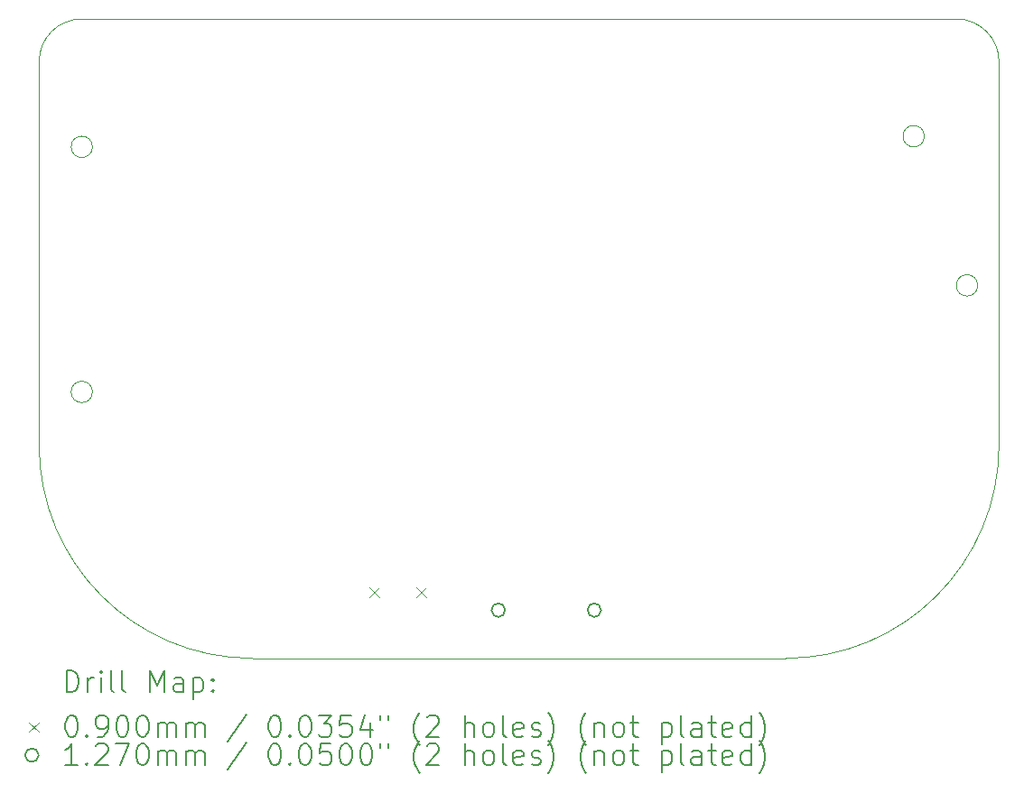
<source format=gbr>
%TF.GenerationSoftware,KiCad,Pcbnew,8.0.6*%
%TF.CreationDate,2025-02-26T11:59:35+01:00*%
%TF.ProjectId,CONTROL WIFI ESP32 S3 V4.0,434f4e54-524f-44c2-9057-494649204553,rev?*%
%TF.SameCoordinates,Original*%
%TF.FileFunction,Drillmap*%
%TF.FilePolarity,Positive*%
%FSLAX45Y45*%
G04 Gerber Fmt 4.5, Leading zero omitted, Abs format (unit mm)*
G04 Created by KiCad (PCBNEW 8.0.6) date 2025-02-26 11:59:35*
%MOMM*%
%LPD*%
G01*
G04 APERTURE LIST*
%ADD10C,0.100000*%
%ADD11C,0.200000*%
%ADD12C,0.127000*%
G04 APERTURE END LIST*
D10*
X11915000Y-10676500D02*
G75*
G02*
X11715000Y-10676500I-100000J0D01*
G01*
X11715000Y-10676500D02*
G75*
G02*
X11915000Y-10676500I100000J0D01*
G01*
X12115000Y-12176500D02*
X12115000Y-8576500D01*
X12115000Y-12176500D02*
G75*
G02*
X10115000Y-14176500I-2000000J0D01*
G01*
X3115000Y-8576500D02*
G75*
G02*
X3515000Y-8176500I400000J0D01*
G01*
X11715000Y-8176500D02*
G75*
G02*
X12115000Y-8576500I0J-400000D01*
G01*
X5115000Y-14176500D02*
G75*
G02*
X3115000Y-12176500I0J2000000D01*
G01*
X3515000Y-8176500D02*
X11715000Y-8176500D01*
X11415000Y-9276500D02*
G75*
G02*
X11215000Y-9276500I-100000J0D01*
G01*
X11215000Y-9276500D02*
G75*
G02*
X11415000Y-9276500I100000J0D01*
G01*
X3615000Y-9376500D02*
G75*
G02*
X3415000Y-9376500I-100000J0D01*
G01*
X3415000Y-9376500D02*
G75*
G02*
X3615000Y-9376500I100000J0D01*
G01*
X3615000Y-11676500D02*
G75*
G02*
X3415000Y-11676500I-100000J0D01*
G01*
X3415000Y-11676500D02*
G75*
G02*
X3615000Y-11676500I100000J0D01*
G01*
X3115000Y-8576500D02*
X3115000Y-12176500D01*
X5115000Y-14176500D02*
X10115000Y-14176500D01*
D11*
D10*
X6215000Y-13512500D02*
X6305000Y-13602500D01*
X6305000Y-13512500D02*
X6215000Y-13602500D01*
X6655000Y-13512500D02*
X6745000Y-13602500D01*
X6745000Y-13512500D02*
X6655000Y-13602500D01*
D12*
X7483500Y-13724000D02*
G75*
G02*
X7356500Y-13724000I-63500J0D01*
G01*
X7356500Y-13724000D02*
G75*
G02*
X7483500Y-13724000I63500J0D01*
G01*
X8383500Y-13724000D02*
G75*
G02*
X8256500Y-13724000I-63500J0D01*
G01*
X8256500Y-13724000D02*
G75*
G02*
X8383500Y-13724000I63500J0D01*
G01*
D11*
X3370777Y-14492984D02*
X3370777Y-14292984D01*
X3370777Y-14292984D02*
X3418396Y-14292984D01*
X3418396Y-14292984D02*
X3446967Y-14302508D01*
X3446967Y-14302508D02*
X3466015Y-14321555D01*
X3466015Y-14321555D02*
X3475539Y-14340603D01*
X3475539Y-14340603D02*
X3485062Y-14378698D01*
X3485062Y-14378698D02*
X3485062Y-14407269D01*
X3485062Y-14407269D02*
X3475539Y-14445365D01*
X3475539Y-14445365D02*
X3466015Y-14464412D01*
X3466015Y-14464412D02*
X3446967Y-14483460D01*
X3446967Y-14483460D02*
X3418396Y-14492984D01*
X3418396Y-14492984D02*
X3370777Y-14492984D01*
X3570777Y-14492984D02*
X3570777Y-14359650D01*
X3570777Y-14397746D02*
X3580301Y-14378698D01*
X3580301Y-14378698D02*
X3589824Y-14369174D01*
X3589824Y-14369174D02*
X3608872Y-14359650D01*
X3608872Y-14359650D02*
X3627920Y-14359650D01*
X3694586Y-14492984D02*
X3694586Y-14359650D01*
X3694586Y-14292984D02*
X3685062Y-14302508D01*
X3685062Y-14302508D02*
X3694586Y-14312031D01*
X3694586Y-14312031D02*
X3704110Y-14302508D01*
X3704110Y-14302508D02*
X3694586Y-14292984D01*
X3694586Y-14292984D02*
X3694586Y-14312031D01*
X3818396Y-14492984D02*
X3799348Y-14483460D01*
X3799348Y-14483460D02*
X3789824Y-14464412D01*
X3789824Y-14464412D02*
X3789824Y-14292984D01*
X3923158Y-14492984D02*
X3904110Y-14483460D01*
X3904110Y-14483460D02*
X3894586Y-14464412D01*
X3894586Y-14464412D02*
X3894586Y-14292984D01*
X4151729Y-14492984D02*
X4151729Y-14292984D01*
X4151729Y-14292984D02*
X4218396Y-14435841D01*
X4218396Y-14435841D02*
X4285063Y-14292984D01*
X4285063Y-14292984D02*
X4285063Y-14492984D01*
X4466015Y-14492984D02*
X4466015Y-14388222D01*
X4466015Y-14388222D02*
X4456491Y-14369174D01*
X4456491Y-14369174D02*
X4437444Y-14359650D01*
X4437444Y-14359650D02*
X4399348Y-14359650D01*
X4399348Y-14359650D02*
X4380301Y-14369174D01*
X4466015Y-14483460D02*
X4446967Y-14492984D01*
X4446967Y-14492984D02*
X4399348Y-14492984D01*
X4399348Y-14492984D02*
X4380301Y-14483460D01*
X4380301Y-14483460D02*
X4370777Y-14464412D01*
X4370777Y-14464412D02*
X4370777Y-14445365D01*
X4370777Y-14445365D02*
X4380301Y-14426317D01*
X4380301Y-14426317D02*
X4399348Y-14416793D01*
X4399348Y-14416793D02*
X4446967Y-14416793D01*
X4446967Y-14416793D02*
X4466015Y-14407269D01*
X4561253Y-14359650D02*
X4561253Y-14559650D01*
X4561253Y-14369174D02*
X4580301Y-14359650D01*
X4580301Y-14359650D02*
X4618396Y-14359650D01*
X4618396Y-14359650D02*
X4637444Y-14369174D01*
X4637444Y-14369174D02*
X4646967Y-14378698D01*
X4646967Y-14378698D02*
X4656491Y-14397746D01*
X4656491Y-14397746D02*
X4656491Y-14454888D01*
X4656491Y-14454888D02*
X4646967Y-14473936D01*
X4646967Y-14473936D02*
X4637444Y-14483460D01*
X4637444Y-14483460D02*
X4618396Y-14492984D01*
X4618396Y-14492984D02*
X4580301Y-14492984D01*
X4580301Y-14492984D02*
X4561253Y-14483460D01*
X4742205Y-14473936D02*
X4751729Y-14483460D01*
X4751729Y-14483460D02*
X4742205Y-14492984D01*
X4742205Y-14492984D02*
X4732682Y-14483460D01*
X4732682Y-14483460D02*
X4742205Y-14473936D01*
X4742205Y-14473936D02*
X4742205Y-14492984D01*
X4742205Y-14369174D02*
X4751729Y-14378698D01*
X4751729Y-14378698D02*
X4742205Y-14388222D01*
X4742205Y-14388222D02*
X4732682Y-14378698D01*
X4732682Y-14378698D02*
X4742205Y-14369174D01*
X4742205Y-14369174D02*
X4742205Y-14388222D01*
D10*
X3020000Y-14776500D02*
X3110000Y-14866500D01*
X3110000Y-14776500D02*
X3020000Y-14866500D01*
D11*
X3408872Y-14712984D02*
X3427920Y-14712984D01*
X3427920Y-14712984D02*
X3446967Y-14722508D01*
X3446967Y-14722508D02*
X3456491Y-14732031D01*
X3456491Y-14732031D02*
X3466015Y-14751079D01*
X3466015Y-14751079D02*
X3475539Y-14789174D01*
X3475539Y-14789174D02*
X3475539Y-14836793D01*
X3475539Y-14836793D02*
X3466015Y-14874888D01*
X3466015Y-14874888D02*
X3456491Y-14893936D01*
X3456491Y-14893936D02*
X3446967Y-14903460D01*
X3446967Y-14903460D02*
X3427920Y-14912984D01*
X3427920Y-14912984D02*
X3408872Y-14912984D01*
X3408872Y-14912984D02*
X3389824Y-14903460D01*
X3389824Y-14903460D02*
X3380301Y-14893936D01*
X3380301Y-14893936D02*
X3370777Y-14874888D01*
X3370777Y-14874888D02*
X3361253Y-14836793D01*
X3361253Y-14836793D02*
X3361253Y-14789174D01*
X3361253Y-14789174D02*
X3370777Y-14751079D01*
X3370777Y-14751079D02*
X3380301Y-14732031D01*
X3380301Y-14732031D02*
X3389824Y-14722508D01*
X3389824Y-14722508D02*
X3408872Y-14712984D01*
X3561253Y-14893936D02*
X3570777Y-14903460D01*
X3570777Y-14903460D02*
X3561253Y-14912984D01*
X3561253Y-14912984D02*
X3551729Y-14903460D01*
X3551729Y-14903460D02*
X3561253Y-14893936D01*
X3561253Y-14893936D02*
X3561253Y-14912984D01*
X3666015Y-14912984D02*
X3704110Y-14912984D01*
X3704110Y-14912984D02*
X3723158Y-14903460D01*
X3723158Y-14903460D02*
X3732682Y-14893936D01*
X3732682Y-14893936D02*
X3751729Y-14865365D01*
X3751729Y-14865365D02*
X3761253Y-14827269D01*
X3761253Y-14827269D02*
X3761253Y-14751079D01*
X3761253Y-14751079D02*
X3751729Y-14732031D01*
X3751729Y-14732031D02*
X3742205Y-14722508D01*
X3742205Y-14722508D02*
X3723158Y-14712984D01*
X3723158Y-14712984D02*
X3685062Y-14712984D01*
X3685062Y-14712984D02*
X3666015Y-14722508D01*
X3666015Y-14722508D02*
X3656491Y-14732031D01*
X3656491Y-14732031D02*
X3646967Y-14751079D01*
X3646967Y-14751079D02*
X3646967Y-14798698D01*
X3646967Y-14798698D02*
X3656491Y-14817746D01*
X3656491Y-14817746D02*
X3666015Y-14827269D01*
X3666015Y-14827269D02*
X3685062Y-14836793D01*
X3685062Y-14836793D02*
X3723158Y-14836793D01*
X3723158Y-14836793D02*
X3742205Y-14827269D01*
X3742205Y-14827269D02*
X3751729Y-14817746D01*
X3751729Y-14817746D02*
X3761253Y-14798698D01*
X3885062Y-14712984D02*
X3904110Y-14712984D01*
X3904110Y-14712984D02*
X3923158Y-14722508D01*
X3923158Y-14722508D02*
X3932682Y-14732031D01*
X3932682Y-14732031D02*
X3942205Y-14751079D01*
X3942205Y-14751079D02*
X3951729Y-14789174D01*
X3951729Y-14789174D02*
X3951729Y-14836793D01*
X3951729Y-14836793D02*
X3942205Y-14874888D01*
X3942205Y-14874888D02*
X3932682Y-14893936D01*
X3932682Y-14893936D02*
X3923158Y-14903460D01*
X3923158Y-14903460D02*
X3904110Y-14912984D01*
X3904110Y-14912984D02*
X3885062Y-14912984D01*
X3885062Y-14912984D02*
X3866015Y-14903460D01*
X3866015Y-14903460D02*
X3856491Y-14893936D01*
X3856491Y-14893936D02*
X3846967Y-14874888D01*
X3846967Y-14874888D02*
X3837443Y-14836793D01*
X3837443Y-14836793D02*
X3837443Y-14789174D01*
X3837443Y-14789174D02*
X3846967Y-14751079D01*
X3846967Y-14751079D02*
X3856491Y-14732031D01*
X3856491Y-14732031D02*
X3866015Y-14722508D01*
X3866015Y-14722508D02*
X3885062Y-14712984D01*
X4075539Y-14712984D02*
X4094586Y-14712984D01*
X4094586Y-14712984D02*
X4113634Y-14722508D01*
X4113634Y-14722508D02*
X4123158Y-14732031D01*
X4123158Y-14732031D02*
X4132682Y-14751079D01*
X4132682Y-14751079D02*
X4142205Y-14789174D01*
X4142205Y-14789174D02*
X4142205Y-14836793D01*
X4142205Y-14836793D02*
X4132682Y-14874888D01*
X4132682Y-14874888D02*
X4123158Y-14893936D01*
X4123158Y-14893936D02*
X4113634Y-14903460D01*
X4113634Y-14903460D02*
X4094586Y-14912984D01*
X4094586Y-14912984D02*
X4075539Y-14912984D01*
X4075539Y-14912984D02*
X4056491Y-14903460D01*
X4056491Y-14903460D02*
X4046967Y-14893936D01*
X4046967Y-14893936D02*
X4037443Y-14874888D01*
X4037443Y-14874888D02*
X4027920Y-14836793D01*
X4027920Y-14836793D02*
X4027920Y-14789174D01*
X4027920Y-14789174D02*
X4037443Y-14751079D01*
X4037443Y-14751079D02*
X4046967Y-14732031D01*
X4046967Y-14732031D02*
X4056491Y-14722508D01*
X4056491Y-14722508D02*
X4075539Y-14712984D01*
X4227920Y-14912984D02*
X4227920Y-14779650D01*
X4227920Y-14798698D02*
X4237444Y-14789174D01*
X4237444Y-14789174D02*
X4256491Y-14779650D01*
X4256491Y-14779650D02*
X4285063Y-14779650D01*
X4285063Y-14779650D02*
X4304110Y-14789174D01*
X4304110Y-14789174D02*
X4313634Y-14808222D01*
X4313634Y-14808222D02*
X4313634Y-14912984D01*
X4313634Y-14808222D02*
X4323158Y-14789174D01*
X4323158Y-14789174D02*
X4342205Y-14779650D01*
X4342205Y-14779650D02*
X4370777Y-14779650D01*
X4370777Y-14779650D02*
X4389825Y-14789174D01*
X4389825Y-14789174D02*
X4399348Y-14808222D01*
X4399348Y-14808222D02*
X4399348Y-14912984D01*
X4494586Y-14912984D02*
X4494586Y-14779650D01*
X4494586Y-14798698D02*
X4504110Y-14789174D01*
X4504110Y-14789174D02*
X4523158Y-14779650D01*
X4523158Y-14779650D02*
X4551729Y-14779650D01*
X4551729Y-14779650D02*
X4570777Y-14789174D01*
X4570777Y-14789174D02*
X4580301Y-14808222D01*
X4580301Y-14808222D02*
X4580301Y-14912984D01*
X4580301Y-14808222D02*
X4589825Y-14789174D01*
X4589825Y-14789174D02*
X4608872Y-14779650D01*
X4608872Y-14779650D02*
X4637444Y-14779650D01*
X4637444Y-14779650D02*
X4656491Y-14789174D01*
X4656491Y-14789174D02*
X4666015Y-14808222D01*
X4666015Y-14808222D02*
X4666015Y-14912984D01*
X5056491Y-14703460D02*
X4885063Y-14960603D01*
X5313634Y-14712984D02*
X5332682Y-14712984D01*
X5332682Y-14712984D02*
X5351729Y-14722508D01*
X5351729Y-14722508D02*
X5361253Y-14732031D01*
X5361253Y-14732031D02*
X5370777Y-14751079D01*
X5370777Y-14751079D02*
X5380301Y-14789174D01*
X5380301Y-14789174D02*
X5380301Y-14836793D01*
X5380301Y-14836793D02*
X5370777Y-14874888D01*
X5370777Y-14874888D02*
X5361253Y-14893936D01*
X5361253Y-14893936D02*
X5351729Y-14903460D01*
X5351729Y-14903460D02*
X5332682Y-14912984D01*
X5332682Y-14912984D02*
X5313634Y-14912984D01*
X5313634Y-14912984D02*
X5294587Y-14903460D01*
X5294587Y-14903460D02*
X5285063Y-14893936D01*
X5285063Y-14893936D02*
X5275539Y-14874888D01*
X5275539Y-14874888D02*
X5266015Y-14836793D01*
X5266015Y-14836793D02*
X5266015Y-14789174D01*
X5266015Y-14789174D02*
X5275539Y-14751079D01*
X5275539Y-14751079D02*
X5285063Y-14732031D01*
X5285063Y-14732031D02*
X5294587Y-14722508D01*
X5294587Y-14722508D02*
X5313634Y-14712984D01*
X5466015Y-14893936D02*
X5475539Y-14903460D01*
X5475539Y-14903460D02*
X5466015Y-14912984D01*
X5466015Y-14912984D02*
X5456491Y-14903460D01*
X5456491Y-14903460D02*
X5466015Y-14893936D01*
X5466015Y-14893936D02*
X5466015Y-14912984D01*
X5599348Y-14712984D02*
X5618396Y-14712984D01*
X5618396Y-14712984D02*
X5637444Y-14722508D01*
X5637444Y-14722508D02*
X5646967Y-14732031D01*
X5646967Y-14732031D02*
X5656491Y-14751079D01*
X5656491Y-14751079D02*
X5666015Y-14789174D01*
X5666015Y-14789174D02*
X5666015Y-14836793D01*
X5666015Y-14836793D02*
X5656491Y-14874888D01*
X5656491Y-14874888D02*
X5646967Y-14893936D01*
X5646967Y-14893936D02*
X5637444Y-14903460D01*
X5637444Y-14903460D02*
X5618396Y-14912984D01*
X5618396Y-14912984D02*
X5599348Y-14912984D01*
X5599348Y-14912984D02*
X5580301Y-14903460D01*
X5580301Y-14903460D02*
X5570777Y-14893936D01*
X5570777Y-14893936D02*
X5561253Y-14874888D01*
X5561253Y-14874888D02*
X5551729Y-14836793D01*
X5551729Y-14836793D02*
X5551729Y-14789174D01*
X5551729Y-14789174D02*
X5561253Y-14751079D01*
X5561253Y-14751079D02*
X5570777Y-14732031D01*
X5570777Y-14732031D02*
X5580301Y-14722508D01*
X5580301Y-14722508D02*
X5599348Y-14712984D01*
X5732682Y-14712984D02*
X5856491Y-14712984D01*
X5856491Y-14712984D02*
X5789825Y-14789174D01*
X5789825Y-14789174D02*
X5818396Y-14789174D01*
X5818396Y-14789174D02*
X5837444Y-14798698D01*
X5837444Y-14798698D02*
X5846967Y-14808222D01*
X5846967Y-14808222D02*
X5856491Y-14827269D01*
X5856491Y-14827269D02*
X5856491Y-14874888D01*
X5856491Y-14874888D02*
X5846967Y-14893936D01*
X5846967Y-14893936D02*
X5837444Y-14903460D01*
X5837444Y-14903460D02*
X5818396Y-14912984D01*
X5818396Y-14912984D02*
X5761253Y-14912984D01*
X5761253Y-14912984D02*
X5742206Y-14903460D01*
X5742206Y-14903460D02*
X5732682Y-14893936D01*
X6037444Y-14712984D02*
X5942206Y-14712984D01*
X5942206Y-14712984D02*
X5932682Y-14808222D01*
X5932682Y-14808222D02*
X5942206Y-14798698D01*
X5942206Y-14798698D02*
X5961253Y-14789174D01*
X5961253Y-14789174D02*
X6008872Y-14789174D01*
X6008872Y-14789174D02*
X6027920Y-14798698D01*
X6027920Y-14798698D02*
X6037444Y-14808222D01*
X6037444Y-14808222D02*
X6046967Y-14827269D01*
X6046967Y-14827269D02*
X6046967Y-14874888D01*
X6046967Y-14874888D02*
X6037444Y-14893936D01*
X6037444Y-14893936D02*
X6027920Y-14903460D01*
X6027920Y-14903460D02*
X6008872Y-14912984D01*
X6008872Y-14912984D02*
X5961253Y-14912984D01*
X5961253Y-14912984D02*
X5942206Y-14903460D01*
X5942206Y-14903460D02*
X5932682Y-14893936D01*
X6218396Y-14779650D02*
X6218396Y-14912984D01*
X6170777Y-14703460D02*
X6123158Y-14846317D01*
X6123158Y-14846317D02*
X6246967Y-14846317D01*
X6313634Y-14712984D02*
X6313634Y-14751079D01*
X6389825Y-14712984D02*
X6389825Y-14751079D01*
X6685063Y-14989174D02*
X6675539Y-14979650D01*
X6675539Y-14979650D02*
X6656491Y-14951079D01*
X6656491Y-14951079D02*
X6646968Y-14932031D01*
X6646968Y-14932031D02*
X6637444Y-14903460D01*
X6637444Y-14903460D02*
X6627920Y-14855841D01*
X6627920Y-14855841D02*
X6627920Y-14817746D01*
X6627920Y-14817746D02*
X6637444Y-14770127D01*
X6637444Y-14770127D02*
X6646968Y-14741555D01*
X6646968Y-14741555D02*
X6656491Y-14722508D01*
X6656491Y-14722508D02*
X6675539Y-14693936D01*
X6675539Y-14693936D02*
X6685063Y-14684412D01*
X6751729Y-14732031D02*
X6761253Y-14722508D01*
X6761253Y-14722508D02*
X6780301Y-14712984D01*
X6780301Y-14712984D02*
X6827920Y-14712984D01*
X6827920Y-14712984D02*
X6846968Y-14722508D01*
X6846968Y-14722508D02*
X6856491Y-14732031D01*
X6856491Y-14732031D02*
X6866015Y-14751079D01*
X6866015Y-14751079D02*
X6866015Y-14770127D01*
X6866015Y-14770127D02*
X6856491Y-14798698D01*
X6856491Y-14798698D02*
X6742206Y-14912984D01*
X6742206Y-14912984D02*
X6866015Y-14912984D01*
X7104110Y-14912984D02*
X7104110Y-14712984D01*
X7189825Y-14912984D02*
X7189825Y-14808222D01*
X7189825Y-14808222D02*
X7180301Y-14789174D01*
X7180301Y-14789174D02*
X7161253Y-14779650D01*
X7161253Y-14779650D02*
X7132682Y-14779650D01*
X7132682Y-14779650D02*
X7113634Y-14789174D01*
X7113634Y-14789174D02*
X7104110Y-14798698D01*
X7313634Y-14912984D02*
X7294587Y-14903460D01*
X7294587Y-14903460D02*
X7285063Y-14893936D01*
X7285063Y-14893936D02*
X7275539Y-14874888D01*
X7275539Y-14874888D02*
X7275539Y-14817746D01*
X7275539Y-14817746D02*
X7285063Y-14798698D01*
X7285063Y-14798698D02*
X7294587Y-14789174D01*
X7294587Y-14789174D02*
X7313634Y-14779650D01*
X7313634Y-14779650D02*
X7342206Y-14779650D01*
X7342206Y-14779650D02*
X7361253Y-14789174D01*
X7361253Y-14789174D02*
X7370777Y-14798698D01*
X7370777Y-14798698D02*
X7380301Y-14817746D01*
X7380301Y-14817746D02*
X7380301Y-14874888D01*
X7380301Y-14874888D02*
X7370777Y-14893936D01*
X7370777Y-14893936D02*
X7361253Y-14903460D01*
X7361253Y-14903460D02*
X7342206Y-14912984D01*
X7342206Y-14912984D02*
X7313634Y-14912984D01*
X7494587Y-14912984D02*
X7475539Y-14903460D01*
X7475539Y-14903460D02*
X7466015Y-14884412D01*
X7466015Y-14884412D02*
X7466015Y-14712984D01*
X7646968Y-14903460D02*
X7627920Y-14912984D01*
X7627920Y-14912984D02*
X7589825Y-14912984D01*
X7589825Y-14912984D02*
X7570777Y-14903460D01*
X7570777Y-14903460D02*
X7561253Y-14884412D01*
X7561253Y-14884412D02*
X7561253Y-14808222D01*
X7561253Y-14808222D02*
X7570777Y-14789174D01*
X7570777Y-14789174D02*
X7589825Y-14779650D01*
X7589825Y-14779650D02*
X7627920Y-14779650D01*
X7627920Y-14779650D02*
X7646968Y-14789174D01*
X7646968Y-14789174D02*
X7656491Y-14808222D01*
X7656491Y-14808222D02*
X7656491Y-14827269D01*
X7656491Y-14827269D02*
X7561253Y-14846317D01*
X7732682Y-14903460D02*
X7751730Y-14912984D01*
X7751730Y-14912984D02*
X7789825Y-14912984D01*
X7789825Y-14912984D02*
X7808872Y-14903460D01*
X7808872Y-14903460D02*
X7818396Y-14884412D01*
X7818396Y-14884412D02*
X7818396Y-14874888D01*
X7818396Y-14874888D02*
X7808872Y-14855841D01*
X7808872Y-14855841D02*
X7789825Y-14846317D01*
X7789825Y-14846317D02*
X7761253Y-14846317D01*
X7761253Y-14846317D02*
X7742206Y-14836793D01*
X7742206Y-14836793D02*
X7732682Y-14817746D01*
X7732682Y-14817746D02*
X7732682Y-14808222D01*
X7732682Y-14808222D02*
X7742206Y-14789174D01*
X7742206Y-14789174D02*
X7761253Y-14779650D01*
X7761253Y-14779650D02*
X7789825Y-14779650D01*
X7789825Y-14779650D02*
X7808872Y-14789174D01*
X7885063Y-14989174D02*
X7894587Y-14979650D01*
X7894587Y-14979650D02*
X7913634Y-14951079D01*
X7913634Y-14951079D02*
X7923158Y-14932031D01*
X7923158Y-14932031D02*
X7932682Y-14903460D01*
X7932682Y-14903460D02*
X7942206Y-14855841D01*
X7942206Y-14855841D02*
X7942206Y-14817746D01*
X7942206Y-14817746D02*
X7932682Y-14770127D01*
X7932682Y-14770127D02*
X7923158Y-14741555D01*
X7923158Y-14741555D02*
X7913634Y-14722508D01*
X7913634Y-14722508D02*
X7894587Y-14693936D01*
X7894587Y-14693936D02*
X7885063Y-14684412D01*
X8246968Y-14989174D02*
X8237444Y-14979650D01*
X8237444Y-14979650D02*
X8218396Y-14951079D01*
X8218396Y-14951079D02*
X8208872Y-14932031D01*
X8208872Y-14932031D02*
X8199349Y-14903460D01*
X8199349Y-14903460D02*
X8189825Y-14855841D01*
X8189825Y-14855841D02*
X8189825Y-14817746D01*
X8189825Y-14817746D02*
X8199349Y-14770127D01*
X8199349Y-14770127D02*
X8208872Y-14741555D01*
X8208872Y-14741555D02*
X8218396Y-14722508D01*
X8218396Y-14722508D02*
X8237444Y-14693936D01*
X8237444Y-14693936D02*
X8246968Y-14684412D01*
X8323158Y-14779650D02*
X8323158Y-14912984D01*
X8323158Y-14798698D02*
X8332682Y-14789174D01*
X8332682Y-14789174D02*
X8351730Y-14779650D01*
X8351730Y-14779650D02*
X8380301Y-14779650D01*
X8380301Y-14779650D02*
X8399349Y-14789174D01*
X8399349Y-14789174D02*
X8408873Y-14808222D01*
X8408873Y-14808222D02*
X8408873Y-14912984D01*
X8532682Y-14912984D02*
X8513634Y-14903460D01*
X8513634Y-14903460D02*
X8504111Y-14893936D01*
X8504111Y-14893936D02*
X8494587Y-14874888D01*
X8494587Y-14874888D02*
X8494587Y-14817746D01*
X8494587Y-14817746D02*
X8504111Y-14798698D01*
X8504111Y-14798698D02*
X8513634Y-14789174D01*
X8513634Y-14789174D02*
X8532682Y-14779650D01*
X8532682Y-14779650D02*
X8561254Y-14779650D01*
X8561254Y-14779650D02*
X8580301Y-14789174D01*
X8580301Y-14789174D02*
X8589825Y-14798698D01*
X8589825Y-14798698D02*
X8599349Y-14817746D01*
X8599349Y-14817746D02*
X8599349Y-14874888D01*
X8599349Y-14874888D02*
X8589825Y-14893936D01*
X8589825Y-14893936D02*
X8580301Y-14903460D01*
X8580301Y-14903460D02*
X8561254Y-14912984D01*
X8561254Y-14912984D02*
X8532682Y-14912984D01*
X8656492Y-14779650D02*
X8732682Y-14779650D01*
X8685063Y-14712984D02*
X8685063Y-14884412D01*
X8685063Y-14884412D02*
X8694587Y-14903460D01*
X8694587Y-14903460D02*
X8713634Y-14912984D01*
X8713634Y-14912984D02*
X8732682Y-14912984D01*
X8951730Y-14779650D02*
X8951730Y-14979650D01*
X8951730Y-14789174D02*
X8970777Y-14779650D01*
X8970777Y-14779650D02*
X9008873Y-14779650D01*
X9008873Y-14779650D02*
X9027920Y-14789174D01*
X9027920Y-14789174D02*
X9037444Y-14798698D01*
X9037444Y-14798698D02*
X9046968Y-14817746D01*
X9046968Y-14817746D02*
X9046968Y-14874888D01*
X9046968Y-14874888D02*
X9037444Y-14893936D01*
X9037444Y-14893936D02*
X9027920Y-14903460D01*
X9027920Y-14903460D02*
X9008873Y-14912984D01*
X9008873Y-14912984D02*
X8970777Y-14912984D01*
X8970777Y-14912984D02*
X8951730Y-14903460D01*
X9161254Y-14912984D02*
X9142206Y-14903460D01*
X9142206Y-14903460D02*
X9132682Y-14884412D01*
X9132682Y-14884412D02*
X9132682Y-14712984D01*
X9323158Y-14912984D02*
X9323158Y-14808222D01*
X9323158Y-14808222D02*
X9313635Y-14789174D01*
X9313635Y-14789174D02*
X9294587Y-14779650D01*
X9294587Y-14779650D02*
X9256492Y-14779650D01*
X9256492Y-14779650D02*
X9237444Y-14789174D01*
X9323158Y-14903460D02*
X9304111Y-14912984D01*
X9304111Y-14912984D02*
X9256492Y-14912984D01*
X9256492Y-14912984D02*
X9237444Y-14903460D01*
X9237444Y-14903460D02*
X9227920Y-14884412D01*
X9227920Y-14884412D02*
X9227920Y-14865365D01*
X9227920Y-14865365D02*
X9237444Y-14846317D01*
X9237444Y-14846317D02*
X9256492Y-14836793D01*
X9256492Y-14836793D02*
X9304111Y-14836793D01*
X9304111Y-14836793D02*
X9323158Y-14827269D01*
X9389825Y-14779650D02*
X9466015Y-14779650D01*
X9418396Y-14712984D02*
X9418396Y-14884412D01*
X9418396Y-14884412D02*
X9427920Y-14903460D01*
X9427920Y-14903460D02*
X9446968Y-14912984D01*
X9446968Y-14912984D02*
X9466015Y-14912984D01*
X9608873Y-14903460D02*
X9589825Y-14912984D01*
X9589825Y-14912984D02*
X9551730Y-14912984D01*
X9551730Y-14912984D02*
X9532682Y-14903460D01*
X9532682Y-14903460D02*
X9523158Y-14884412D01*
X9523158Y-14884412D02*
X9523158Y-14808222D01*
X9523158Y-14808222D02*
X9532682Y-14789174D01*
X9532682Y-14789174D02*
X9551730Y-14779650D01*
X9551730Y-14779650D02*
X9589825Y-14779650D01*
X9589825Y-14779650D02*
X9608873Y-14789174D01*
X9608873Y-14789174D02*
X9618396Y-14808222D01*
X9618396Y-14808222D02*
X9618396Y-14827269D01*
X9618396Y-14827269D02*
X9523158Y-14846317D01*
X9789825Y-14912984D02*
X9789825Y-14712984D01*
X9789825Y-14903460D02*
X9770777Y-14912984D01*
X9770777Y-14912984D02*
X9732682Y-14912984D01*
X9732682Y-14912984D02*
X9713635Y-14903460D01*
X9713635Y-14903460D02*
X9704111Y-14893936D01*
X9704111Y-14893936D02*
X9694587Y-14874888D01*
X9694587Y-14874888D02*
X9694587Y-14817746D01*
X9694587Y-14817746D02*
X9704111Y-14798698D01*
X9704111Y-14798698D02*
X9713635Y-14789174D01*
X9713635Y-14789174D02*
X9732682Y-14779650D01*
X9732682Y-14779650D02*
X9770777Y-14779650D01*
X9770777Y-14779650D02*
X9789825Y-14789174D01*
X9866016Y-14989174D02*
X9875539Y-14979650D01*
X9875539Y-14979650D02*
X9894587Y-14951079D01*
X9894587Y-14951079D02*
X9904111Y-14932031D01*
X9904111Y-14932031D02*
X9913635Y-14903460D01*
X9913635Y-14903460D02*
X9923158Y-14855841D01*
X9923158Y-14855841D02*
X9923158Y-14817746D01*
X9923158Y-14817746D02*
X9913635Y-14770127D01*
X9913635Y-14770127D02*
X9904111Y-14741555D01*
X9904111Y-14741555D02*
X9894587Y-14722508D01*
X9894587Y-14722508D02*
X9875539Y-14693936D01*
X9875539Y-14693936D02*
X9866016Y-14684412D01*
D12*
X3110000Y-15085500D02*
G75*
G02*
X2983000Y-15085500I-63500J0D01*
G01*
X2983000Y-15085500D02*
G75*
G02*
X3110000Y-15085500I63500J0D01*
G01*
D11*
X3475539Y-15176984D02*
X3361253Y-15176984D01*
X3418396Y-15176984D02*
X3418396Y-14976984D01*
X3418396Y-14976984D02*
X3399348Y-15005555D01*
X3399348Y-15005555D02*
X3380301Y-15024603D01*
X3380301Y-15024603D02*
X3361253Y-15034127D01*
X3561253Y-15157936D02*
X3570777Y-15167460D01*
X3570777Y-15167460D02*
X3561253Y-15176984D01*
X3561253Y-15176984D02*
X3551729Y-15167460D01*
X3551729Y-15167460D02*
X3561253Y-15157936D01*
X3561253Y-15157936D02*
X3561253Y-15176984D01*
X3646967Y-14996031D02*
X3656491Y-14986508D01*
X3656491Y-14986508D02*
X3675539Y-14976984D01*
X3675539Y-14976984D02*
X3723158Y-14976984D01*
X3723158Y-14976984D02*
X3742205Y-14986508D01*
X3742205Y-14986508D02*
X3751729Y-14996031D01*
X3751729Y-14996031D02*
X3761253Y-15015079D01*
X3761253Y-15015079D02*
X3761253Y-15034127D01*
X3761253Y-15034127D02*
X3751729Y-15062698D01*
X3751729Y-15062698D02*
X3637443Y-15176984D01*
X3637443Y-15176984D02*
X3761253Y-15176984D01*
X3827920Y-14976984D02*
X3961253Y-14976984D01*
X3961253Y-14976984D02*
X3875539Y-15176984D01*
X4075539Y-14976984D02*
X4094586Y-14976984D01*
X4094586Y-14976984D02*
X4113634Y-14986508D01*
X4113634Y-14986508D02*
X4123158Y-14996031D01*
X4123158Y-14996031D02*
X4132682Y-15015079D01*
X4132682Y-15015079D02*
X4142205Y-15053174D01*
X4142205Y-15053174D02*
X4142205Y-15100793D01*
X4142205Y-15100793D02*
X4132682Y-15138888D01*
X4132682Y-15138888D02*
X4123158Y-15157936D01*
X4123158Y-15157936D02*
X4113634Y-15167460D01*
X4113634Y-15167460D02*
X4094586Y-15176984D01*
X4094586Y-15176984D02*
X4075539Y-15176984D01*
X4075539Y-15176984D02*
X4056491Y-15167460D01*
X4056491Y-15167460D02*
X4046967Y-15157936D01*
X4046967Y-15157936D02*
X4037443Y-15138888D01*
X4037443Y-15138888D02*
X4027920Y-15100793D01*
X4027920Y-15100793D02*
X4027920Y-15053174D01*
X4027920Y-15053174D02*
X4037443Y-15015079D01*
X4037443Y-15015079D02*
X4046967Y-14996031D01*
X4046967Y-14996031D02*
X4056491Y-14986508D01*
X4056491Y-14986508D02*
X4075539Y-14976984D01*
X4227920Y-15176984D02*
X4227920Y-15043650D01*
X4227920Y-15062698D02*
X4237444Y-15053174D01*
X4237444Y-15053174D02*
X4256491Y-15043650D01*
X4256491Y-15043650D02*
X4285063Y-15043650D01*
X4285063Y-15043650D02*
X4304110Y-15053174D01*
X4304110Y-15053174D02*
X4313634Y-15072222D01*
X4313634Y-15072222D02*
X4313634Y-15176984D01*
X4313634Y-15072222D02*
X4323158Y-15053174D01*
X4323158Y-15053174D02*
X4342205Y-15043650D01*
X4342205Y-15043650D02*
X4370777Y-15043650D01*
X4370777Y-15043650D02*
X4389825Y-15053174D01*
X4389825Y-15053174D02*
X4399348Y-15072222D01*
X4399348Y-15072222D02*
X4399348Y-15176984D01*
X4494586Y-15176984D02*
X4494586Y-15043650D01*
X4494586Y-15062698D02*
X4504110Y-15053174D01*
X4504110Y-15053174D02*
X4523158Y-15043650D01*
X4523158Y-15043650D02*
X4551729Y-15043650D01*
X4551729Y-15043650D02*
X4570777Y-15053174D01*
X4570777Y-15053174D02*
X4580301Y-15072222D01*
X4580301Y-15072222D02*
X4580301Y-15176984D01*
X4580301Y-15072222D02*
X4589825Y-15053174D01*
X4589825Y-15053174D02*
X4608872Y-15043650D01*
X4608872Y-15043650D02*
X4637444Y-15043650D01*
X4637444Y-15043650D02*
X4656491Y-15053174D01*
X4656491Y-15053174D02*
X4666015Y-15072222D01*
X4666015Y-15072222D02*
X4666015Y-15176984D01*
X5056491Y-14967460D02*
X4885063Y-15224603D01*
X5313634Y-14976984D02*
X5332682Y-14976984D01*
X5332682Y-14976984D02*
X5351729Y-14986508D01*
X5351729Y-14986508D02*
X5361253Y-14996031D01*
X5361253Y-14996031D02*
X5370777Y-15015079D01*
X5370777Y-15015079D02*
X5380301Y-15053174D01*
X5380301Y-15053174D02*
X5380301Y-15100793D01*
X5380301Y-15100793D02*
X5370777Y-15138888D01*
X5370777Y-15138888D02*
X5361253Y-15157936D01*
X5361253Y-15157936D02*
X5351729Y-15167460D01*
X5351729Y-15167460D02*
X5332682Y-15176984D01*
X5332682Y-15176984D02*
X5313634Y-15176984D01*
X5313634Y-15176984D02*
X5294587Y-15167460D01*
X5294587Y-15167460D02*
X5285063Y-15157936D01*
X5285063Y-15157936D02*
X5275539Y-15138888D01*
X5275539Y-15138888D02*
X5266015Y-15100793D01*
X5266015Y-15100793D02*
X5266015Y-15053174D01*
X5266015Y-15053174D02*
X5275539Y-15015079D01*
X5275539Y-15015079D02*
X5285063Y-14996031D01*
X5285063Y-14996031D02*
X5294587Y-14986508D01*
X5294587Y-14986508D02*
X5313634Y-14976984D01*
X5466015Y-15157936D02*
X5475539Y-15167460D01*
X5475539Y-15167460D02*
X5466015Y-15176984D01*
X5466015Y-15176984D02*
X5456491Y-15167460D01*
X5456491Y-15167460D02*
X5466015Y-15157936D01*
X5466015Y-15157936D02*
X5466015Y-15176984D01*
X5599348Y-14976984D02*
X5618396Y-14976984D01*
X5618396Y-14976984D02*
X5637444Y-14986508D01*
X5637444Y-14986508D02*
X5646967Y-14996031D01*
X5646967Y-14996031D02*
X5656491Y-15015079D01*
X5656491Y-15015079D02*
X5666015Y-15053174D01*
X5666015Y-15053174D02*
X5666015Y-15100793D01*
X5666015Y-15100793D02*
X5656491Y-15138888D01*
X5656491Y-15138888D02*
X5646967Y-15157936D01*
X5646967Y-15157936D02*
X5637444Y-15167460D01*
X5637444Y-15167460D02*
X5618396Y-15176984D01*
X5618396Y-15176984D02*
X5599348Y-15176984D01*
X5599348Y-15176984D02*
X5580301Y-15167460D01*
X5580301Y-15167460D02*
X5570777Y-15157936D01*
X5570777Y-15157936D02*
X5561253Y-15138888D01*
X5561253Y-15138888D02*
X5551729Y-15100793D01*
X5551729Y-15100793D02*
X5551729Y-15053174D01*
X5551729Y-15053174D02*
X5561253Y-15015079D01*
X5561253Y-15015079D02*
X5570777Y-14996031D01*
X5570777Y-14996031D02*
X5580301Y-14986508D01*
X5580301Y-14986508D02*
X5599348Y-14976984D01*
X5846967Y-14976984D02*
X5751729Y-14976984D01*
X5751729Y-14976984D02*
X5742206Y-15072222D01*
X5742206Y-15072222D02*
X5751729Y-15062698D01*
X5751729Y-15062698D02*
X5770777Y-15053174D01*
X5770777Y-15053174D02*
X5818396Y-15053174D01*
X5818396Y-15053174D02*
X5837444Y-15062698D01*
X5837444Y-15062698D02*
X5846967Y-15072222D01*
X5846967Y-15072222D02*
X5856491Y-15091269D01*
X5856491Y-15091269D02*
X5856491Y-15138888D01*
X5856491Y-15138888D02*
X5846967Y-15157936D01*
X5846967Y-15157936D02*
X5837444Y-15167460D01*
X5837444Y-15167460D02*
X5818396Y-15176984D01*
X5818396Y-15176984D02*
X5770777Y-15176984D01*
X5770777Y-15176984D02*
X5751729Y-15167460D01*
X5751729Y-15167460D02*
X5742206Y-15157936D01*
X5980301Y-14976984D02*
X5999348Y-14976984D01*
X5999348Y-14976984D02*
X6018396Y-14986508D01*
X6018396Y-14986508D02*
X6027920Y-14996031D01*
X6027920Y-14996031D02*
X6037444Y-15015079D01*
X6037444Y-15015079D02*
X6046967Y-15053174D01*
X6046967Y-15053174D02*
X6046967Y-15100793D01*
X6046967Y-15100793D02*
X6037444Y-15138888D01*
X6037444Y-15138888D02*
X6027920Y-15157936D01*
X6027920Y-15157936D02*
X6018396Y-15167460D01*
X6018396Y-15167460D02*
X5999348Y-15176984D01*
X5999348Y-15176984D02*
X5980301Y-15176984D01*
X5980301Y-15176984D02*
X5961253Y-15167460D01*
X5961253Y-15167460D02*
X5951729Y-15157936D01*
X5951729Y-15157936D02*
X5942206Y-15138888D01*
X5942206Y-15138888D02*
X5932682Y-15100793D01*
X5932682Y-15100793D02*
X5932682Y-15053174D01*
X5932682Y-15053174D02*
X5942206Y-15015079D01*
X5942206Y-15015079D02*
X5951729Y-14996031D01*
X5951729Y-14996031D02*
X5961253Y-14986508D01*
X5961253Y-14986508D02*
X5980301Y-14976984D01*
X6170777Y-14976984D02*
X6189825Y-14976984D01*
X6189825Y-14976984D02*
X6208872Y-14986508D01*
X6208872Y-14986508D02*
X6218396Y-14996031D01*
X6218396Y-14996031D02*
X6227920Y-15015079D01*
X6227920Y-15015079D02*
X6237444Y-15053174D01*
X6237444Y-15053174D02*
X6237444Y-15100793D01*
X6237444Y-15100793D02*
X6227920Y-15138888D01*
X6227920Y-15138888D02*
X6218396Y-15157936D01*
X6218396Y-15157936D02*
X6208872Y-15167460D01*
X6208872Y-15167460D02*
X6189825Y-15176984D01*
X6189825Y-15176984D02*
X6170777Y-15176984D01*
X6170777Y-15176984D02*
X6151729Y-15167460D01*
X6151729Y-15167460D02*
X6142206Y-15157936D01*
X6142206Y-15157936D02*
X6132682Y-15138888D01*
X6132682Y-15138888D02*
X6123158Y-15100793D01*
X6123158Y-15100793D02*
X6123158Y-15053174D01*
X6123158Y-15053174D02*
X6132682Y-15015079D01*
X6132682Y-15015079D02*
X6142206Y-14996031D01*
X6142206Y-14996031D02*
X6151729Y-14986508D01*
X6151729Y-14986508D02*
X6170777Y-14976984D01*
X6313634Y-14976984D02*
X6313634Y-15015079D01*
X6389825Y-14976984D02*
X6389825Y-15015079D01*
X6685063Y-15253174D02*
X6675539Y-15243650D01*
X6675539Y-15243650D02*
X6656491Y-15215079D01*
X6656491Y-15215079D02*
X6646968Y-15196031D01*
X6646968Y-15196031D02*
X6637444Y-15167460D01*
X6637444Y-15167460D02*
X6627920Y-15119841D01*
X6627920Y-15119841D02*
X6627920Y-15081746D01*
X6627920Y-15081746D02*
X6637444Y-15034127D01*
X6637444Y-15034127D02*
X6646968Y-15005555D01*
X6646968Y-15005555D02*
X6656491Y-14986508D01*
X6656491Y-14986508D02*
X6675539Y-14957936D01*
X6675539Y-14957936D02*
X6685063Y-14948412D01*
X6751729Y-14996031D02*
X6761253Y-14986508D01*
X6761253Y-14986508D02*
X6780301Y-14976984D01*
X6780301Y-14976984D02*
X6827920Y-14976984D01*
X6827920Y-14976984D02*
X6846968Y-14986508D01*
X6846968Y-14986508D02*
X6856491Y-14996031D01*
X6856491Y-14996031D02*
X6866015Y-15015079D01*
X6866015Y-15015079D02*
X6866015Y-15034127D01*
X6866015Y-15034127D02*
X6856491Y-15062698D01*
X6856491Y-15062698D02*
X6742206Y-15176984D01*
X6742206Y-15176984D02*
X6866015Y-15176984D01*
X7104110Y-15176984D02*
X7104110Y-14976984D01*
X7189825Y-15176984D02*
X7189825Y-15072222D01*
X7189825Y-15072222D02*
X7180301Y-15053174D01*
X7180301Y-15053174D02*
X7161253Y-15043650D01*
X7161253Y-15043650D02*
X7132682Y-15043650D01*
X7132682Y-15043650D02*
X7113634Y-15053174D01*
X7113634Y-15053174D02*
X7104110Y-15062698D01*
X7313634Y-15176984D02*
X7294587Y-15167460D01*
X7294587Y-15167460D02*
X7285063Y-15157936D01*
X7285063Y-15157936D02*
X7275539Y-15138888D01*
X7275539Y-15138888D02*
X7275539Y-15081746D01*
X7275539Y-15081746D02*
X7285063Y-15062698D01*
X7285063Y-15062698D02*
X7294587Y-15053174D01*
X7294587Y-15053174D02*
X7313634Y-15043650D01*
X7313634Y-15043650D02*
X7342206Y-15043650D01*
X7342206Y-15043650D02*
X7361253Y-15053174D01*
X7361253Y-15053174D02*
X7370777Y-15062698D01*
X7370777Y-15062698D02*
X7380301Y-15081746D01*
X7380301Y-15081746D02*
X7380301Y-15138888D01*
X7380301Y-15138888D02*
X7370777Y-15157936D01*
X7370777Y-15157936D02*
X7361253Y-15167460D01*
X7361253Y-15167460D02*
X7342206Y-15176984D01*
X7342206Y-15176984D02*
X7313634Y-15176984D01*
X7494587Y-15176984D02*
X7475539Y-15167460D01*
X7475539Y-15167460D02*
X7466015Y-15148412D01*
X7466015Y-15148412D02*
X7466015Y-14976984D01*
X7646968Y-15167460D02*
X7627920Y-15176984D01*
X7627920Y-15176984D02*
X7589825Y-15176984D01*
X7589825Y-15176984D02*
X7570777Y-15167460D01*
X7570777Y-15167460D02*
X7561253Y-15148412D01*
X7561253Y-15148412D02*
X7561253Y-15072222D01*
X7561253Y-15072222D02*
X7570777Y-15053174D01*
X7570777Y-15053174D02*
X7589825Y-15043650D01*
X7589825Y-15043650D02*
X7627920Y-15043650D01*
X7627920Y-15043650D02*
X7646968Y-15053174D01*
X7646968Y-15053174D02*
X7656491Y-15072222D01*
X7656491Y-15072222D02*
X7656491Y-15091269D01*
X7656491Y-15091269D02*
X7561253Y-15110317D01*
X7732682Y-15167460D02*
X7751730Y-15176984D01*
X7751730Y-15176984D02*
X7789825Y-15176984D01*
X7789825Y-15176984D02*
X7808872Y-15167460D01*
X7808872Y-15167460D02*
X7818396Y-15148412D01*
X7818396Y-15148412D02*
X7818396Y-15138888D01*
X7818396Y-15138888D02*
X7808872Y-15119841D01*
X7808872Y-15119841D02*
X7789825Y-15110317D01*
X7789825Y-15110317D02*
X7761253Y-15110317D01*
X7761253Y-15110317D02*
X7742206Y-15100793D01*
X7742206Y-15100793D02*
X7732682Y-15081746D01*
X7732682Y-15081746D02*
X7732682Y-15072222D01*
X7732682Y-15072222D02*
X7742206Y-15053174D01*
X7742206Y-15053174D02*
X7761253Y-15043650D01*
X7761253Y-15043650D02*
X7789825Y-15043650D01*
X7789825Y-15043650D02*
X7808872Y-15053174D01*
X7885063Y-15253174D02*
X7894587Y-15243650D01*
X7894587Y-15243650D02*
X7913634Y-15215079D01*
X7913634Y-15215079D02*
X7923158Y-15196031D01*
X7923158Y-15196031D02*
X7932682Y-15167460D01*
X7932682Y-15167460D02*
X7942206Y-15119841D01*
X7942206Y-15119841D02*
X7942206Y-15081746D01*
X7942206Y-15081746D02*
X7932682Y-15034127D01*
X7932682Y-15034127D02*
X7923158Y-15005555D01*
X7923158Y-15005555D02*
X7913634Y-14986508D01*
X7913634Y-14986508D02*
X7894587Y-14957936D01*
X7894587Y-14957936D02*
X7885063Y-14948412D01*
X8246968Y-15253174D02*
X8237444Y-15243650D01*
X8237444Y-15243650D02*
X8218396Y-15215079D01*
X8218396Y-15215079D02*
X8208872Y-15196031D01*
X8208872Y-15196031D02*
X8199349Y-15167460D01*
X8199349Y-15167460D02*
X8189825Y-15119841D01*
X8189825Y-15119841D02*
X8189825Y-15081746D01*
X8189825Y-15081746D02*
X8199349Y-15034127D01*
X8199349Y-15034127D02*
X8208872Y-15005555D01*
X8208872Y-15005555D02*
X8218396Y-14986508D01*
X8218396Y-14986508D02*
X8237444Y-14957936D01*
X8237444Y-14957936D02*
X8246968Y-14948412D01*
X8323158Y-15043650D02*
X8323158Y-15176984D01*
X8323158Y-15062698D02*
X8332682Y-15053174D01*
X8332682Y-15053174D02*
X8351730Y-15043650D01*
X8351730Y-15043650D02*
X8380301Y-15043650D01*
X8380301Y-15043650D02*
X8399349Y-15053174D01*
X8399349Y-15053174D02*
X8408873Y-15072222D01*
X8408873Y-15072222D02*
X8408873Y-15176984D01*
X8532682Y-15176984D02*
X8513634Y-15167460D01*
X8513634Y-15167460D02*
X8504111Y-15157936D01*
X8504111Y-15157936D02*
X8494587Y-15138888D01*
X8494587Y-15138888D02*
X8494587Y-15081746D01*
X8494587Y-15081746D02*
X8504111Y-15062698D01*
X8504111Y-15062698D02*
X8513634Y-15053174D01*
X8513634Y-15053174D02*
X8532682Y-15043650D01*
X8532682Y-15043650D02*
X8561254Y-15043650D01*
X8561254Y-15043650D02*
X8580301Y-15053174D01*
X8580301Y-15053174D02*
X8589825Y-15062698D01*
X8589825Y-15062698D02*
X8599349Y-15081746D01*
X8599349Y-15081746D02*
X8599349Y-15138888D01*
X8599349Y-15138888D02*
X8589825Y-15157936D01*
X8589825Y-15157936D02*
X8580301Y-15167460D01*
X8580301Y-15167460D02*
X8561254Y-15176984D01*
X8561254Y-15176984D02*
X8532682Y-15176984D01*
X8656492Y-15043650D02*
X8732682Y-15043650D01*
X8685063Y-14976984D02*
X8685063Y-15148412D01*
X8685063Y-15148412D02*
X8694587Y-15167460D01*
X8694587Y-15167460D02*
X8713634Y-15176984D01*
X8713634Y-15176984D02*
X8732682Y-15176984D01*
X8951730Y-15043650D02*
X8951730Y-15243650D01*
X8951730Y-15053174D02*
X8970777Y-15043650D01*
X8970777Y-15043650D02*
X9008873Y-15043650D01*
X9008873Y-15043650D02*
X9027920Y-15053174D01*
X9027920Y-15053174D02*
X9037444Y-15062698D01*
X9037444Y-15062698D02*
X9046968Y-15081746D01*
X9046968Y-15081746D02*
X9046968Y-15138888D01*
X9046968Y-15138888D02*
X9037444Y-15157936D01*
X9037444Y-15157936D02*
X9027920Y-15167460D01*
X9027920Y-15167460D02*
X9008873Y-15176984D01*
X9008873Y-15176984D02*
X8970777Y-15176984D01*
X8970777Y-15176984D02*
X8951730Y-15167460D01*
X9161254Y-15176984D02*
X9142206Y-15167460D01*
X9142206Y-15167460D02*
X9132682Y-15148412D01*
X9132682Y-15148412D02*
X9132682Y-14976984D01*
X9323158Y-15176984D02*
X9323158Y-15072222D01*
X9323158Y-15072222D02*
X9313635Y-15053174D01*
X9313635Y-15053174D02*
X9294587Y-15043650D01*
X9294587Y-15043650D02*
X9256492Y-15043650D01*
X9256492Y-15043650D02*
X9237444Y-15053174D01*
X9323158Y-15167460D02*
X9304111Y-15176984D01*
X9304111Y-15176984D02*
X9256492Y-15176984D01*
X9256492Y-15176984D02*
X9237444Y-15167460D01*
X9237444Y-15167460D02*
X9227920Y-15148412D01*
X9227920Y-15148412D02*
X9227920Y-15129365D01*
X9227920Y-15129365D02*
X9237444Y-15110317D01*
X9237444Y-15110317D02*
X9256492Y-15100793D01*
X9256492Y-15100793D02*
X9304111Y-15100793D01*
X9304111Y-15100793D02*
X9323158Y-15091269D01*
X9389825Y-15043650D02*
X9466015Y-15043650D01*
X9418396Y-14976984D02*
X9418396Y-15148412D01*
X9418396Y-15148412D02*
X9427920Y-15167460D01*
X9427920Y-15167460D02*
X9446968Y-15176984D01*
X9446968Y-15176984D02*
X9466015Y-15176984D01*
X9608873Y-15167460D02*
X9589825Y-15176984D01*
X9589825Y-15176984D02*
X9551730Y-15176984D01*
X9551730Y-15176984D02*
X9532682Y-15167460D01*
X9532682Y-15167460D02*
X9523158Y-15148412D01*
X9523158Y-15148412D02*
X9523158Y-15072222D01*
X9523158Y-15072222D02*
X9532682Y-15053174D01*
X9532682Y-15053174D02*
X9551730Y-15043650D01*
X9551730Y-15043650D02*
X9589825Y-15043650D01*
X9589825Y-15043650D02*
X9608873Y-15053174D01*
X9608873Y-15053174D02*
X9618396Y-15072222D01*
X9618396Y-15072222D02*
X9618396Y-15091269D01*
X9618396Y-15091269D02*
X9523158Y-15110317D01*
X9789825Y-15176984D02*
X9789825Y-14976984D01*
X9789825Y-15167460D02*
X9770777Y-15176984D01*
X9770777Y-15176984D02*
X9732682Y-15176984D01*
X9732682Y-15176984D02*
X9713635Y-15167460D01*
X9713635Y-15167460D02*
X9704111Y-15157936D01*
X9704111Y-15157936D02*
X9694587Y-15138888D01*
X9694587Y-15138888D02*
X9694587Y-15081746D01*
X9694587Y-15081746D02*
X9704111Y-15062698D01*
X9704111Y-15062698D02*
X9713635Y-15053174D01*
X9713635Y-15053174D02*
X9732682Y-15043650D01*
X9732682Y-15043650D02*
X9770777Y-15043650D01*
X9770777Y-15043650D02*
X9789825Y-15053174D01*
X9866016Y-15253174D02*
X9875539Y-15243650D01*
X9875539Y-15243650D02*
X9894587Y-15215079D01*
X9894587Y-15215079D02*
X9904111Y-15196031D01*
X9904111Y-15196031D02*
X9913635Y-15167460D01*
X9913635Y-15167460D02*
X9923158Y-15119841D01*
X9923158Y-15119841D02*
X9923158Y-15081746D01*
X9923158Y-15081746D02*
X9913635Y-15034127D01*
X9913635Y-15034127D02*
X9904111Y-15005555D01*
X9904111Y-15005555D02*
X9894587Y-14986508D01*
X9894587Y-14986508D02*
X9875539Y-14957936D01*
X9875539Y-14957936D02*
X9866016Y-14948412D01*
M02*

</source>
